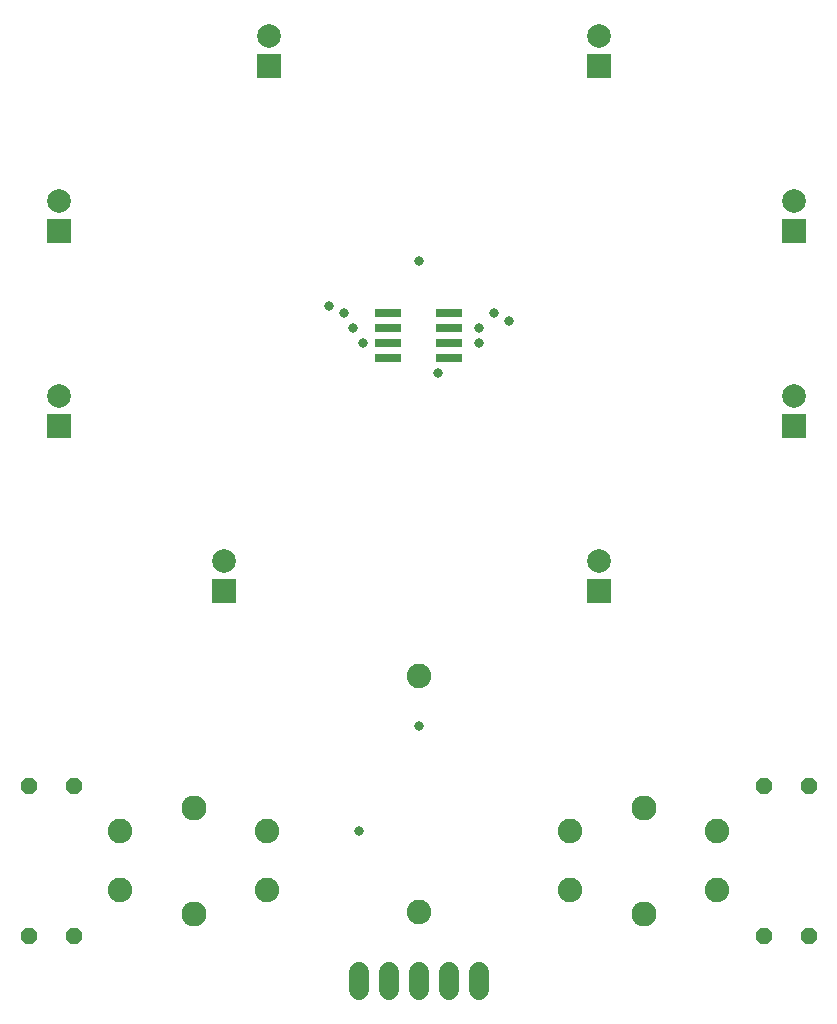
<source format=gbr>
G04 EAGLE Gerber X2 export*
%TF.Part,Single*%
%TF.FileFunction,Soldermask,Top,1*%
%TF.FilePolarity,Negative*%
%TF.GenerationSoftware,Autodesk,EAGLE,8.7.0*%
%TF.CreationDate,2018-04-04T18:07:55Z*%
G75*
%MOMM*%
%FSLAX34Y34*%
%LPD*%
%AMOC8*
5,1,8,0,0,1.08239X$1,22.5*%
G01*
%ADD10C,2.077000*%
%ADD11R,2.006600X2.006600*%
%ADD12C,2.006600*%
%ADD13C,2.127000*%
%ADD14R,2.327000X0.727000*%
%ADD15C,1.651000*%
%ADD16P,1.457113X8X112.500000*%
%ADD17C,0.832600*%


D10*
X444500Y296300D03*
X444500Y96300D03*
D11*
X596900Y812800D03*
D12*
X596900Y838200D03*
D11*
X762000Y673100D03*
D12*
X762000Y698500D03*
D13*
X635000Y184700D03*
X635000Y94700D03*
D10*
X697500Y114700D03*
X572500Y114700D03*
X697500Y164700D03*
X572500Y164700D03*
D13*
X254000Y184700D03*
X254000Y94700D03*
D10*
X316500Y114700D03*
X191500Y114700D03*
X316500Y164700D03*
X191500Y164700D03*
D14*
X470500Y577850D03*
X418500Y577850D03*
X470500Y565150D03*
X470500Y590550D03*
X470500Y603250D03*
X418500Y565150D03*
X418500Y590550D03*
X418500Y603250D03*
D11*
X762000Y508000D03*
D12*
X762000Y533400D03*
D11*
X596900Y368300D03*
D12*
X596900Y393700D03*
D11*
X139700Y508000D03*
D12*
X139700Y533400D03*
D11*
X279400Y368300D03*
D12*
X279400Y393700D03*
D11*
X317500Y812800D03*
D12*
X317500Y838200D03*
D11*
X139700Y673100D03*
D12*
X139700Y698500D03*
D15*
X393700Y45720D02*
X393700Y30480D01*
X419100Y30480D02*
X419100Y45720D01*
X444500Y45720D02*
X444500Y30480D01*
X469900Y30480D02*
X469900Y45720D01*
X495300Y45720D02*
X495300Y30480D01*
D16*
X152400Y76200D03*
X152400Y203200D03*
X114300Y76200D03*
X114300Y203200D03*
X736600Y76200D03*
X736600Y203200D03*
X774700Y76200D03*
X774700Y203200D03*
D17*
X444500Y254000D03*
X508000Y603250D03*
X393700Y165100D03*
X381000Y603250D03*
X397510Y577850D03*
X461010Y552450D03*
X388620Y590550D03*
X495300Y577850D03*
X520700Y596900D03*
X444500Y647700D03*
X368300Y609600D03*
X495300Y590550D03*
M02*

</source>
